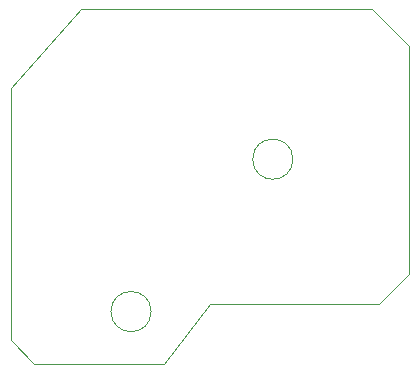
<source format=gbr>
%TF.GenerationSoftware,KiCad,Pcbnew,(6.0.7)*%
%TF.CreationDate,2022-11-20T15:50:49-05:00*%
%TF.ProjectId,CANBurner,43414e42-7572-46e6-9572-2e6b69636164,2.0*%
%TF.SameCoordinates,Original*%
%TF.FileFunction,Profile,NP*%
%FSLAX46Y46*%
G04 Gerber Fmt 4.6, Leading zero omitted, Abs format (unit mm)*
G04 Created by KiCad (PCBNEW (6.0.7)) date 2022-11-20 15:50:49*
%MOMM*%
%LPD*%
G01*
G04 APERTURE LIST*
%TA.AperFunction,Profile*%
%ADD10C,0.100000*%
%TD*%
G04 APERTURE END LIST*
D10*
X94975000Y-20130000D02*
X98120000Y-23275000D01*
X76275000Y-45730000D02*
G75*
G03*
X76275000Y-45730000I-1700000J0D01*
G01*
X98120000Y-23275000D02*
X98125000Y-42580000D01*
X66375000Y-50130000D02*
X77375000Y-50130000D01*
X98125000Y-42580000D02*
X95575000Y-45130000D01*
X88275000Y-32830000D02*
G75*
G03*
X88275000Y-32830000I-1700000J0D01*
G01*
X95575000Y-45130000D02*
X81275000Y-45130000D01*
X64375000Y-48130000D02*
X64375000Y-26830000D01*
X64375000Y-26830000D02*
X70375000Y-20130000D01*
X66375000Y-50130000D02*
X64375000Y-48130000D01*
X70375000Y-20130000D02*
X94975000Y-20130000D01*
X81275000Y-45130000D02*
X77375000Y-50130000D01*
M02*

</source>
